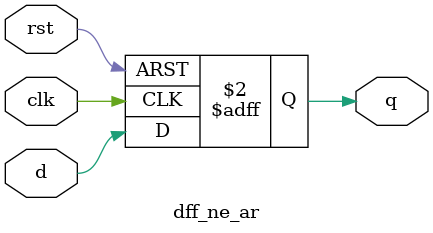
<source format=v>
/***********************************************************
File Name:	dff_ne_ar.v
Author: 	Kevan Thompson
Date:		March 22, 2024
Description: A d flip flop with negative edge clock and 
            asynchronous reset

***********************************************************/
module dff_ne_ar(
    input clk,
    input rst,
    input d,
    output reg q
);

always@(negedge clk or posedge rst) 
    if(rst) 
        q <= 1'b0;
    else
        q <= d;

endmodule
</source>
